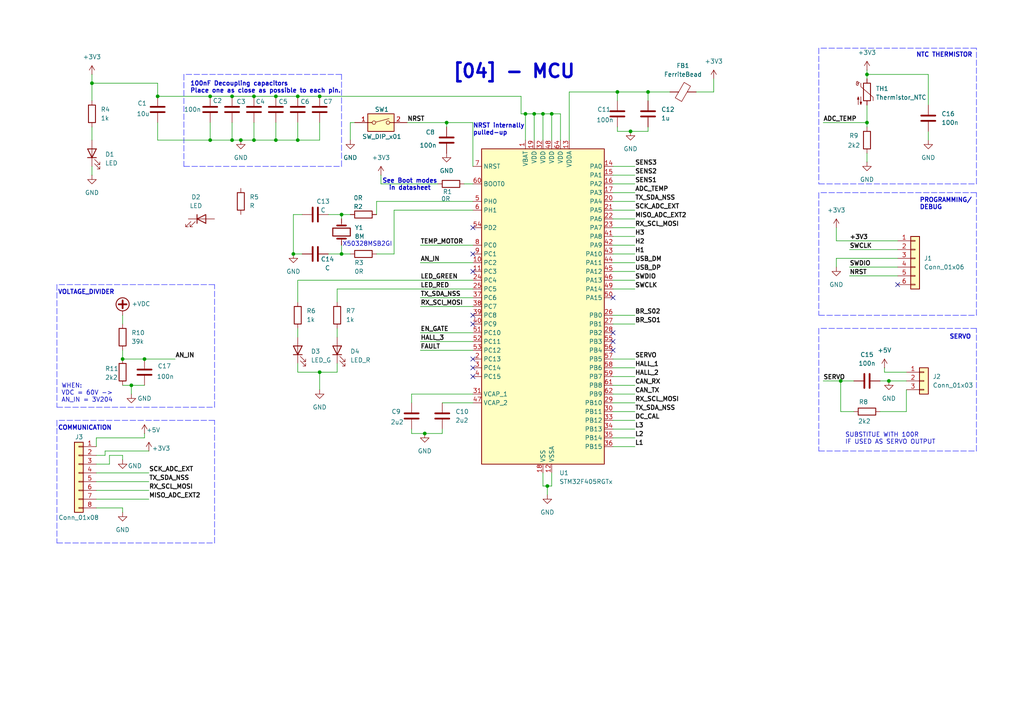
<source format=kicad_sch>
(kicad_sch (version 20231120) (generator "eeschema") (generator_version "8.0")
  (paper "A4")
  (lib_symbols
    (symbol "Connector_Generic:Conn_01x03" (pin_names (offset 1.016) hide)
      (property "Reference" "J" (at 0 5.08 0))
      (property "Value" "Conn_01x03" (at 0 -5.08 0))
      (symbol "Conn_01x03_1_1"
        (rectangle (start -1.27 -2.413) (end 0 -2.667) (stroke (width 0.1524)))
        (rectangle (start -1.27 0.127) (end 0 -0.127) (stroke (width 0.1524)))
        (rectangle (start -1.27 2.667) (end 0 2.413) (stroke (width 0.1524)))
        (rectangle (start -1.27 3.81) (end 1.27 -3.81) (stroke (width 0.254)) (fill (type background)))
        (pin passive line (at -5.08 2.54 0) (length 3.81) (name "Pin_1") (number "1"))
        (pin passive line (at -5.08 0 0) (length 3.81) (name "Pin_2") (number "2"))
        (pin passive line (at -5.08 -2.54 0) (length 3.81) (name "Pin_3") (number "3"))
      )
    )
    (symbol "Connector_Generic:Conn_01x06" (pin_names (offset 1.016) hide)
      (property "Reference" "J" (at 0 7.62 0))
      (property "Value" "Conn_01x06" (at 0 -10.16 0))
      (symbol "Conn_01x06_1_1"
        (rectangle (start -1.27 -7.493) (end 0 -7.747) (stroke (width 0.1524)))
        (rectangle (start -1.27 -4.953) (end 0 -5.207) (stroke (width 0.1524)))
        (rectangle (start -1.27 -2.413) (end 0 -2.667) (stroke (width 0.1524)))
        (rectangle (start -1.27 0.127) (end 0 -0.127) (stroke (width 0.1524)))
        (rectangle (start -1.27 2.667) (end 0 2.413) (stroke (width 0.1524)))
        (rectangle (start -1.27 5.207) (end 0 4.953) (stroke (width 0.1524)))
        (rectangle (start -1.27 6.35) (end 1.27 -8.89) (stroke (width 0.254)) (fill (type background)))
        (pin passive line (at -5.08 5.08 0) (length 3.81) (name "Pin_1") (number "1"))
        (pin passive line (at -5.08 2.54 0) (length 3.81) (name "Pin_2") (number "2"))
        (pin passive line (at -5.08 0 0) (length 3.81) (name "Pin_3") (number "3"))
        (pin passive line (at -5.08 -2.54 0) (length 3.81) (name "Pin_4") (number "4"))
        (pin passive line (at -5.08 -5.08 0) (length 3.81) (name "Pin_5") (number "5"))
        (pin passive line (at -5.08 -7.62 0) (length 3.81) (name "Pin_6") (number "6"))
      )
    )
    (symbol "Connector_Generic:Conn_01x08" (pin_names (offset 1.016) hide)
      (property "Reference" "J" (at 0 10.16 0))
      (property "Value" "Conn_01x08" (at 0 -12.7 0))
      (symbol "Conn_01x08_1_1"
        (rectangle (start -1.27 -10.033) (end 0 -10.287) (stroke (width 0.1524)))
        (rectangle (start -1.27 -7.493) (end 0 -7.747) (stroke (width 0.1524)))
        (rectangle (start -1.27 -4.953) (end 0 -5.207) (stroke (width 0.1524)))
        (rectangle (start -1.27 -2.413) (end 0 -2.667) (stroke (width 0.1524)))
        (rectangle (start -1.27 0.127) (end 0 -0.127) (stroke (width 0.1524)))
        (rectangle (start -1.27 2.667) (end 0 2.413) (stroke (width 0.1524)))
        (rectangle (start -1.27 5.207) (end 0 4.953) (stroke (width 0.1524)))
        (rectangle (start -1.27 7.747) (end 0 7.493) (stroke (width 0.1524)))
        (rectangle (start -1.27 8.89) (end 1.27 -11.43) (stroke (width 0.254)) (fill (type background)))
        (pin passive line (at -5.08 7.62 0) (length 3.81) (name "Pin_1") (number "1"))
        (pin passive line (at -5.08 5.08 0) (length 3.81) (name "Pin_2") (number "2"))
        (pin passive line (at -5.08 2.54 0) (length 3.81) (name "Pin_3") (number "3"))
        (pin passive line (at -5.08 0 0) (length 3.81) (name "Pin_4") (number "4"))
        (pin passive line (at -5.08 -2.54 0) (length 3.81) (name "Pin_5") (number "5"))
        (pin passive line (at -5.08 -5.08 0) (length 3.81) (name "Pin_6") (number "6"))
        (pin passive line (at -5.08 -7.62 0) (length 3.81) (name "Pin_7") (number "7"))
        (pin passive line (at -5.08 -10.16 0) (length 3.81) (name "Pin_8") (number "8"))
      )
    )
    (symbol "Device:C" (pin_numbers hide) (pin_names (offset 0.254))
      (property "Reference" "C" (at 0.635 2.54 0))
      (property "Value" "C" (at 0.635 -2.54 0))
      (symbol "C_0_1"
        (polyline (pts (xy -2.032 -0.762) (xy 2.032 -0.762)) (stroke (width 0.508)))
        (polyline (pts (xy -2.032 0.762) (xy 2.032 0.762)) (stroke (width 0.508)))
      )
      (symbol "C_1_1"
        (pin passive line (at 0 3.81 270) (length 2.794) (name "~") (number "1"))
        (pin passive line (at 0 -3.81 90) (length 2.794) (name "~") (number "2"))
      )
    )
    (symbol "Device:Crystal" (pin_numbers hide) (pin_names (offset 1.016) hide)
      (property "Reference" "Y" (at 0 3.81 0))
      (property "Value" "Crystal" (at 0 -3.81 0))
      (symbol "Crystal_0_1"
        (rectangle (start -1.143 2.54) (end 1.143 -2.54) (stroke (width 0.3048)))
        (polyline (pts (xy -2.54 0) (xy -1.905 0)))
        (polyline (pts (xy -1.905 -1.27) (xy -1.905 1.27)) (stroke (width 0.508)))
        (polyline (pts (xy 1.905 -1.27) (xy 1.905 1.27)) (stroke (width 0.508)))
        (polyline (pts (xy 2.54 0) (xy 1.905 0)))
      )
      (symbol "Crystal_1_1"
        (pin passive line (at -3.81 0 0) (length 1.27) (name "1") (number "1"))
        (pin passive line (at 3.81 0 180) (length 1.27) (name "2") (number "2"))
      )
    )
    (symbol "Device:FerriteBead" (pin_numbers hide) (pin_names (offset 0))
      (property "Reference" "FB" (at -3.81 0.635 90))
      (property "Value" "FerriteBead" (at 3.81 0 90))
      (symbol "FerriteBead_0_1"
        (polyline (pts (xy 0 -1.27) (xy 0 -1.2192)))
        (polyline (pts (xy 0 1.27) (xy 0 1.2954)))
        (polyline (pts (xy -2.7686 0.4064) (xy -1.7018 2.2606) (xy 2.7686 -0.3048) (xy 1.6764 -2.159) (xy -2.7686 0.4064)))
      )
      (symbol "FerriteBead_1_1"
        (pin passive line (at 0 3.81 270) (length 2.54) (name "~") (number "1"))
        (pin passive line (at 0 -3.81 90) (length 2.54) (name "~") (number "2"))
      )
    )
    (symbol "Device:LED" (pin_numbers hide) (pin_names (offset 1.016) hide)
      (property "Reference" "D" (at 0 2.54 0))
      (property "Value" "LED" (at 0 -2.54 0))
      (symbol "LED_0_1"
        (polyline (pts (xy -1.27 -1.27) (xy -1.27 1.27)) (stroke (width 0.254)))
        (polyline (pts (xy -1.27 0) (xy 1.27 0)))
        (polyline (pts (xy 1.27 -1.27) (xy 1.27 1.27) (xy -1.27 0) (xy 1.27 -1.27)) (stroke (width 0.254)))
        (polyline (pts (xy -3.048 -0.762) (xy -4.572 -2.286) (xy -3.81 -2.286) (xy -4.572 -2.286) (xy -4.572 -1.524)))
        (polyline (pts (xy -1.778 -0.762) (xy -3.302 -2.286) (xy -2.54 -2.286) (xy -3.302 -2.286) (xy -3.302 -1.524)))
      )
      (symbol "LED_1_1"
        (pin passive line (at -3.81 0 0) (length 2.54) (name "K") (number "1"))
        (pin passive line (at 3.81 0 180) (length 2.54) (name "A") (number "2"))
      )
    )
    (symbol "Device:R" (pin_numbers hide) (pin_names (offset 0))
      (property "Reference" "R" (at 2.032 0 90))
      (property "Value" "R" (at 0 0 90))
      (symbol "R_0_1"
        (rectangle (start -1.016 -2.54) (end 1.016 2.54) (stroke (width 0.254)))
      )
      (symbol "R_1_1"
        (pin passive line (at 0 3.81 270) (length 1.27) (name "~") (number "1"))
        (pin passive line (at 0 -3.81 90) (length 1.27) (name "~") (number "2"))
      )
    )
    (symbol "Device:Thermistor_NTC" (pin_numbers hide) (pin_names (offset 0))
      (property "Reference" "TH" (at -4.445 0 90))
      (property "Value" "Thermistor_NTC" (at 3.175 0 90))
      (symbol "Thermistor_NTC_0_1"
        (arc (start -3.048 2.159) (mid -3.0495 2.3143) (end -3.175 2.413))
        (arc (start -3.048 2.159) (mid -2.9736 1.9794) (end -2.794 1.905))
        (arc (start -3.048 2.794) (mid -2.9736 2.6144) (end -2.794 2.54))
        (arc (start -2.794 1.905) (mid -2.6144 1.9794) (end -2.54 2.159))
        (arc (start -2.794 2.54) (mid -2.4393 2.5587) (end -2.159 2.794))
        (arc (start -2.794 3.048) (mid -2.9736 2.9736) (end -3.048 2.794))
        (arc (start -2.54 2.794) (mid -2.6144 2.9736) (end -2.794 3.048))
        (rectangle (start -1.016 2.54) (end 1.016 -2.54) (stroke (width 0.254)))
        (polyline (pts (xy -2.54 2.159) (xy -2.54 2.794)))
        (polyline (pts (xy -1.778 2.54) (xy -1.778 1.524) (xy 1.778 -1.524) (xy 1.778 -2.54)))
        (polyline (pts (xy -2.54 -3.683) (xy -2.54 -1.397) (xy -2.794 -2.159) (xy -2.286 -2.159) (xy -2.54 -1.397) (xy -2.54 -1.651)) (fill (type outline)))
        (polyline (pts (xy -1.778 -1.397) (xy -1.778 -3.683) (xy -2.032 -2.921) (xy -1.524 -2.921) (xy -1.778 -3.683) (xy -1.778 -3.429)) (fill (type outline)))
      )
      (symbol "Thermistor_NTC_1_1"
        (pin passive line (at 0 3.81 270) (length 1.27) (name "~") (number "1"))
        (pin passive line (at 0 -3.81 90) (length 1.27) (name "~") (number "2"))
      )
    )
    (symbol "MCU_ST_STM32F4:STM32F405RGTx"
      (property "Reference" "U" (at -17.78 46.99 0))
      (property "Value" "STM32F405RGTx" (at 10.16 46.99 0))
      (symbol "STM32F405RGTx_0_1"
        (rectangle (start -17.78 -45.72) (end 17.78 45.72) (stroke (width 0.254)) (fill (type background)))
      )
      (symbol "STM32F405RGTx_1_1"
        (pin power_in line (at -5.08 48.26 270) (length 2.54) (name "VBAT") (number "1"))
        (pin bidirectional line (at -20.32 12.7 0) (length 2.54) (name "PC2") (number "10"))
        (pin bidirectional line (at -20.32 10.16 0) (length 2.54) (name "PC3") (number "11"))
        (pin power_in line (at 2.54 -48.26 90) (length 2.54) (name "VSSA") (number "12"))
        (pin power_in line (at 7.62 48.26 270) (length 2.54) (name "VDDA") (number "13"))
        (pin bidirectional line (at 20.32 40.64 180) (length 2.54) (name "PA0") (number "14"))
        (pin bidirectional line (at 20.32 38.1 180) (length 2.54) (name "PA1") (number "15"))
        (pin bidirectional line (at 20.32 35.56 180) (length 2.54) (name "PA2") (number "16"))
        (pin bidirectional line (at 20.32 33.02 180) (length 2.54) (name "PA3") (number "17"))
        (pin power_in line (at 0 -48.26 90) (length 2.54) (name "VSS") (number "18"))
        (pin power_in line (at -2.54 48.26 270) (length 2.54) (name "VDD") (number "19"))
        (pin bidirectional line (at -20.32 -15.24 0) (length 2.54) (name "PC13") (number "2"))
        (pin bidirectional line (at 20.32 30.48 180) (length 2.54) (name "PA4") (number "20"))
        (pin bidirectional line (at 20.32 27.94 180) (length 2.54) (name "PA5") (number "21"))
        (pin bidirectional line (at 20.32 25.4 180) (length 2.54) (name "PA6") (number "22"))
        (pin bidirectional line (at 20.32 22.86 180) (length 2.54) (name "PA7") (number "23"))
        (pin bidirectional line (at -20.32 7.62 0) (length 2.54) (name "PC4") (number "24"))
        (pin bidirectional line (at -20.32 5.08 0) (length 2.54) (name "PC5") (number "25"))
        (pin bidirectional line (at 20.32 -2.54 180) (length 2.54) (name "PB0") (number "26"))
        (pin bidirectional line (at 20.32 -5.08 180) (length 2.54) (name "PB1") (number "27"))
        (pin bidirectional line (at 20.32 -7.62 180) (length 2.54) (name "PB2") (number "28"))
        (pin bidirectional line (at 20.32 -27.94 180) (length 2.54) (name "PB10") (number "29"))
        (pin bidirectional line (at -20.32 -17.78 0) (length 2.54) (name "PC14") (number "3"))
        (pin bidirectional line (at 20.32 -30.48 180) (length 2.54) (name "PB11") (number "30"))
        (pin power_out line (at -20.32 -25.4 0) (length 2.54) (name "VCAP_1") (number "31"))
        (pin power_in line (at 0 48.26 270) (length 2.54) (name "VDD") (number "32"))
        (pin bidirectional line (at 20.32 -33.02 180) (length 2.54) (name "PB12") (number "33"))
        (pin bidirectional line (at 20.32 -35.56 180) (length 2.54) (name "PB13") (number "34"))
        (pin bidirectional line (at 20.32 -38.1 180) (length 2.54) (name "PB14") (number "35"))
        (pin bidirectional line (at 20.32 -40.64 180) (length 2.54) (name "PB15") (number "36"))
        (pin bidirectional line (at -20.32 2.54 0) (length 2.54) (name "PC6") (number "37"))
        (pin bidirectional line (at -20.32 0 0) (length 2.54) (name "PC7") (number "38"))
        (pin bidirectional line (at -20.32 -2.54 0) (length 2.54) (name "PC8") (number "39"))
        (pin bidirectional line (at -20.32 -20.32 0) (length 2.54) (name "PC15") (number "4"))
        (pin bidirectional line (at -20.32 -5.08 0) (length 2.54) (name "PC9") (number "40"))
        (pin bidirectional line (at 20.32 20.32 180) (length 2.54) (name "PA8") (number "41"))
        (pin bidirectional line (at 20.32 17.78 180) (length 2.54) (name "PA9") (number "42"))
        (pin bidirectional line (at 20.32 15.24 180) (length 2.54) (name "PA10") (number "43"))
        (pin bidirectional line (at 20.32 12.7 180) (length 2.54) (name "PA11") (number "44"))
        (pin bidirectional line (at 20.32 10.16 180) (length 2.54) (name "PA12") (number "45"))
        (pin bidirectional line (at 20.32 7.62 180) (length 2.54) (name "PA13") (number "46"))
        (pin power_out line (at -20.32 -27.94 0) (length 2.54) (name "VCAP_2") (number "47"))
        (pin power_in line (at 2.54 48.26 270) (length 2.54) (name "VDD") (number "48"))
        (pin bidirectional line (at 20.32 5.08 180) (length 2.54) (name "PA14") (number "49"))
        (pin bidirectional line (at -20.32 30.48 0) (length 2.54) (name "PH0") (number "5"))
        (pin bidirectional line (at 20.32 2.54 180) (length 2.54) (name "PA15") (number "50"))
        (pin bidirectional line (at -20.32 -7.62 0) (length 2.54) (name "PC10") (number "51"))
        (pin bidirectional line (at -20.32 -10.16 0) (length 2.54) (name "PC11") (number "52"))
        (pin bidirectional line (at -20.32 -12.7 0) (length 2.54) (name "PC12") (number "53"))
        (pin bidirectional line (at -20.32 22.86 0) (length 2.54) (name "PD2") (number "54"))
        (pin bidirectional line (at 20.32 -10.16 180) (length 2.54) (name "PB3") (number "55"))
        (pin bidirectional line (at 20.32 -12.7 180) (length 2.54) (name "PB4") (number "56"))
        (pin bidirectional line (at 20.32 -15.24 180) (length 2.54) (name "PB5") (number "57"))
        (pin bidirectional line (at 20.32 -17.78 180) (length 2.54) (name "PB6") (number "58"))
        (pin bidirectional line (at 20.32 -20.32 180) (length 2.54) (name "PB7") (number "59"))
        (pin bidirectional line (at -20.32 27.94 0) (length 2.54) (name "PH1") (number "6"))
        (pin input line (at -20.32 35.56 0) (length 2.54) (name "BOOT0") (number "60"))
        (pin bidirectional line (at 20.32 -22.86 180) (length 2.54) (name "PB8") (number "61"))
        (pin bidirectional line (at 20.32 -25.4 180) (length 2.54) (name "PB9") (number "62"))
        (pin passive line (at 0 -48.26 90) (length 2.54) hide (name "VSS") (number "63"))
        (pin power_in line (at 5.08 48.26 270) (length 2.54) (name "VDD") (number "64"))
        (pin input line (at -20.32 40.64 0) (length 2.54) (name "NRST") (number "7"))
        (pin bidirectional line (at -20.32 17.78 0) (length 2.54) (name "PC0") (number "8"))
        (pin bidirectional line (at -20.32 15.24 0) (length 2.54) (name "PC1") (number "9"))
      )
    )
    (symbol "Switch:SW_DIP_x01" (pin_names (offset 0) hide)
      (property "Reference" "SW" (at 0 3.81 0))
      (property "Value" "SW_DIP_x01" (at 0 -3.81 0))
      (symbol "SW_DIP_x01_0_0"
        (circle (center -2.032 0) (radius 0.508))
        (polyline (pts (xy -1.524 0.127) (xy 2.3622 1.1684)))
        (circle (center 2.032 0) (radius 0.508))
      )
      (symbol "SW_DIP_x01_0_1"
        (rectangle (start -3.81 2.54) (end 3.81 -2.54) (stroke (width 0.254)) (fill (type background)))
      )
      (symbol "SW_DIP_x01_1_1"
        (pin passive line (at -7.62 0 0) (length 5.08) (name "~") (number "1"))
        (pin passive line (at 7.62 0 180) (length 5.08) (name "~") (number "2"))
      )
    )
    (symbol "power:+3V3" (power) (pin_numbers hide) (pin_names (offset 0) hide)
      (property "Value" "+3V3" (at 0 3.556 0))
      (symbol "+3V3_0_1"
        (polyline (pts (xy -0.762 1.27) (xy 0 2.54)))
        (polyline (pts (xy 0 0) (xy 0 2.54)))
        (polyline (pts (xy 0 2.54) (xy 0.762 1.27)))
      )
      (symbol "+3V3_1_1"
        (pin power_in line (at 0 0 90) (length 0) (name "~") (number "1"))
      )
    )
    (symbol "power:+5V" (power) (pin_numbers hide) (pin_names (offset 0) hide)
      (property "Value" "+5V" (at 0 3.556 0))
      (symbol "+5V_0_1"
        (polyline (pts (xy -0.762 1.27) (xy 0 2.54)))
        (polyline (pts (xy 0 0) (xy 0 2.54)))
        (polyline (pts (xy 0 2.54) (xy 0.762 1.27)))
      )
      (symbol "+5V_1_1"
        (pin power_in line (at 0 0 90) (length 0) (name "~") (number "1"))
      )
    )
    (symbol "power:+VDC" (power) (pin_numbers hide) (pin_names (offset 0) hide)
      (property "Value" "+VDC" (at 0 6.35 0))
      (symbol "+VDC_0_1"
        (polyline (pts (xy -1.143 3.175) (xy 1.143 3.175)) (stroke (width 0.508)))
        (polyline (pts (xy 0 0) (xy 0 1.27)))
        (polyline (pts (xy 0 2.032) (xy 0 4.318)) (stroke (width 0.508)))
        (circle (center 0 3.175) (radius 1.905) (stroke (width 0.254)))
      )
      (symbol "+VDC_1_1"
        (pin power_in line (at 0 0 90) (length 0) (name "~") (number "1"))
      )
    )
    (symbol "power:GND" (power) (pin_numbers hide) (pin_names (offset 0) hide)
      (property "Value" "GND" (at 0 -3.81 0))
      (symbol "GND_0_1"
        (polyline (pts (xy 0 0) (xy 0 -1.27) (xy 1.27 -1.27) (xy 0 -2.54) (xy -1.27 -1.27) (xy 0 -1.27)))
      )
      (symbol "GND_1_1"
        (pin power_in line (at 0 0 270) (length 0) (name "~") (number "1"))
      )
    )
  )
  (junction (at 73.66 40.64))
  (junction (at 243.84 110.49))
  (junction (at 160.02 33.02))
  (junction (at 251.46 35.56))
  (junction (at 60.96 40.64))
  (junction (at 26.67 24.13))
  (junction (at 80.01 40.64))
  (junction (at 67.31 27.94))
  (junction (at 158.75 140.97))
  (junction (at 157.48 33.02))
  (junction (at 86.36 40.64))
  (junction (at 187.96 26.67))
  (junction (at 92.71 107.95))
  (junction (at 45.72 27.94))
  (junction (at 123.19 125.73))
  (junction (at 60.96 27.94))
  (junction (at 85.09 73.66))
  (junction (at 67.31 40.64))
  (junction (at 73.66 27.94))
  (junction (at 154.94 33.02))
  (junction (at 35.56 104.14))
  (junction (at 99.06 62.23))
  (junction (at 257.81 110.49))
  (junction (at 38.1 111.76))
  (junction (at 99.06 73.66))
  (junction (at 69.85 40.64))
  (junction (at 251.46 21.59))
  (junction (at 129.54 35.56))
  (junction (at 92.71 27.94))
  (junction (at 41.91 104.14))
  (junction (at 179.07 26.67))
  (junction (at 182.88 38.1))
  (junction (at 80.01 27.94))
  (junction (at 152.4 33.02))
  (junction (at 86.36 27.94))
  (no_connect (at 137.16 66.04))
  (no_connect (at 137.16 104.14))
  (no_connect (at 137.16 73.66))
  (no_connect (at 137.16 106.68))
  (no_connect (at 137.16 109.22))
  (no_connect (at 137.16 91.44))
  (no_connect (at 137.16 78.74))
  (no_connect (at 177.8 99.06))
  (no_connect (at 260.35 82.55))
  (no_connect (at 177.8 86.36))
  (no_connect (at 177.8 101.6))
  (no_connect (at 137.16 93.98))
  (no_connect (at 177.8 96.52))
  (wire (pts (xy 16.51 82.55) (xy 16.51 118.11)) (stroke (width 0) (type dash) (color 39 39 255 1)))
  (wire (pts (xy 251.46 35.56) (xy 251.46 36.83)))
  (wire (pts (xy 38.1 111.76) (xy 41.91 111.76)))
  (wire (pts (xy 86.36 87.63) (xy 86.36 81.28)))
  (wire (pts (xy 92.71 107.95) (xy 92.71 113.03)))
  (wire (pts (xy 184.15 68.58) (xy 177.8 68.58)))
  (wire (pts (xy 262.89 107.95) (xy 256.54 107.95)))
  (wire (pts (xy 27.94 137.16) (xy 43.18 137.16)))
  (wire (pts (xy 73.66 40.64) (xy 80.01 40.64)))
  (wire (pts (xy 238.76 110.49) (xy 243.84 110.49)))
  (wire (pts (xy 35.56 111.76) (xy 38.1 111.76)))
  (wire (pts (xy 86.36 40.64) (xy 92.71 40.64)))
  (wire (pts (xy 242.57 69.85) (xy 260.35 69.85)))
  (wire (pts (xy 184.15 83.82) (xy 177.8 83.82)))
  (wire (pts (xy 242.57 74.93) (xy 260.35 74.93)))
  (wire (pts (xy 283.21 55.88) (xy 237.49 55.88)) (stroke (width 0) (type dash) (color 39 39 255 1)))
  (wire (pts (xy 237.49 13.97) (xy 237.49 53.34)) (stroke (width 0) (type dash) (color 39 39 255 1)))
  (wire (pts (xy 151.13 27.94) (xy 151.13 33.02)))
  (wire (pts (xy 114.3 73.66) (xy 114.3 60.96)))
  (wire (pts (xy 87.63 62.23) (xy 85.09 62.23)))
  (wire (pts (xy 62.23 121.92) (xy 16.51 121.92)) (stroke (width 0) (type dash) (color 39 39 255 1)))
  (wire (pts (xy 184.15 58.42) (xy 177.8 58.42)))
  (wire (pts (xy 184.15 66.04) (xy 177.8 66.04)))
  (wire (pts (xy 95.25 73.66) (xy 99.06 73.66)))
  (wire (pts (xy 27.94 134.62) (xy 31.75 134.62)))
  (wire (pts (xy 187.96 26.67) (xy 179.07 26.67)))
  (wire (pts (xy 160.02 140.97) (xy 160.02 137.16)))
  (wire (pts (xy 99.06 73.66) (xy 101.6 73.66)))
  (wire (pts (xy 85.09 62.23) (xy 85.09 73.66)))
  (wire (pts (xy 157.48 33.02) (xy 157.48 40.64)))
  (wire (pts (xy 119.38 125.73) (xy 123.19 125.73)))
  (wire (pts (xy 128.27 125.73) (xy 128.27 124.46)))
  (wire (pts (xy 237.49 91.44) (xy 283.21 91.44)) (stroke (width 0) (type dash) (color 39 39 255 1)))
  (wire (pts (xy 237.49 130.81) (xy 283.21 130.81)) (stroke (width 0) (type dash) (color 39 39 255 1)))
  (wire (pts (xy 237.49 55.88) (xy 237.49 91.44)) (stroke (width 0) (type dash) (color 39 39 255 1)))
  (wire (pts (xy 27.94 144.78) (xy 43.18 144.78)))
  (wire (pts (xy 179.07 38.1) (xy 179.07 36.83)))
  (wire (pts (xy 184.15 114.3) (xy 177.8 114.3)))
  (wire (pts (xy 283.21 91.44) (xy 283.21 55.88)) (stroke (width 0) (type dash) (color 39 39 255 1)))
  (wire (pts (xy 41.91 125.73) (xy 41.91 127)))
  (wire (pts (xy 27.94 147.32) (xy 35.56 147.32)))
  (wire (pts (xy 97.79 105.41) (xy 97.79 107.95)))
  (wire (pts (xy 62.23 157.48) (xy 62.23 121.92)) (stroke (width 0) (type dash) (color 39 39 255 1)))
  (wire (pts (xy 80.01 40.64) (xy 80.01 35.56)))
  (wire (pts (xy 256.54 107.95) (xy 256.54 106.68)))
  (wire (pts (xy 251.46 44.45) (xy 251.46 46.99)))
  (wire (pts (xy 151.13 33.02) (xy 152.4 33.02)))
  (wire (pts (xy 127 53.34) (xy 110.49 53.34)))
  (wire (pts (xy 207.01 22.86) (xy 207.01 26.67)))
  (wire (pts (xy 184.15 129.54) (xy 177.8 129.54)))
  (wire (pts (xy 182.88 38.1) (xy 187.96 38.1)))
  (wire (pts (xy 35.56 101.6) (xy 35.56 104.14)))
  (wire (pts (xy 246.38 72.39) (xy 260.35 72.39)))
  (wire (pts (xy 80.01 27.94) (xy 86.36 27.94)))
  (wire (pts (xy 184.15 73.66) (xy 177.8 73.66)))
  (wire (pts (xy 207.01 26.67) (xy 201.93 26.67)))
  (wire (pts (xy 269.24 38.1) (xy 269.24 40.64)))
  (wire (pts (xy 251.46 20.32) (xy 251.46 21.59)))
  (wire (pts (xy 194.31 26.67) (xy 187.96 26.67)))
  (wire (pts (xy 16.51 121.92) (xy 16.51 157.48)) (stroke (width 0) (type dash) (color 39 39 255 1)))
  (wire (pts (xy 238.76 35.56) (xy 251.46 35.56)))
  (wire (pts (xy 95.25 62.23) (xy 99.06 62.23)))
  (wire (pts (xy 85.09 73.66) (xy 87.63 73.66)))
  (wire (pts (xy 154.94 33.02) (xy 154.94 40.64)))
  (wire (pts (xy 128.27 116.84) (xy 137.16 116.84)))
  (wire (pts (xy 121.92 99.06) (xy 137.16 99.06)))
  (wire (pts (xy 92.71 27.94) (xy 151.13 27.94)))
  (wire (pts (xy 129.54 35.56) (xy 129.54 36.83)))
  (wire (pts (xy 67.31 27.94) (xy 73.66 27.94)))
  (wire (pts (xy 243.84 110.49) (xy 243.84 119.38)))
  (wire (pts (xy 179.07 38.1) (xy 182.88 38.1)))
  (wire (pts (xy 262.89 119.38) (xy 262.89 113.03)))
  (wire (pts (xy 184.15 106.68) (xy 177.8 106.68)))
  (wire (pts (xy 129.54 35.56) (xy 137.16 35.56)))
  (wire (pts (xy 31.75 132.08) (xy 35.56 132.08)))
  (wire (pts (xy 119.38 114.3) (xy 137.16 114.3)))
  (wire (pts (xy 184.15 78.74) (xy 177.8 78.74)))
  (wire (pts (xy 121.92 76.2) (xy 137.16 76.2)))
  (wire (pts (xy 179.07 29.21) (xy 179.07 26.67)))
  (wire (pts (xy 86.36 95.25) (xy 86.36 97.79)))
  (wire (pts (xy 246.38 80.01) (xy 260.35 80.01)))
  (wire (pts (xy 30.48 132.08) (xy 30.48 130.81)))
  (wire (pts (xy 31.75 134.62) (xy 31.75 132.08)))
  (wire (pts (xy 283.21 95.25) (xy 237.49 95.25)) (stroke (width 0) (type dash) (color 39 39 255 1)))
  (wire (pts (xy 187.96 29.21) (xy 187.96 26.67)))
  (wire (pts (xy 92.71 40.64) (xy 92.71 35.56)))
  (wire (pts (xy 184.15 55.88) (xy 177.8 55.88)))
  (wire (pts (xy 137.16 35.56) (xy 137.16 48.26)))
  (wire (pts (xy 35.56 91.44) (xy 35.56 93.98)))
  (wire (pts (xy 62.23 82.55) (xy 16.51 82.55)) (stroke (width 0) (type dash) (color 39 39 255 1)))
  (wire (pts (xy 123.19 125.73) (xy 128.27 125.73)))
  (wire (pts (xy 73.66 40.64) (xy 73.66 35.56)))
  (wire (pts (xy 97.79 87.63) (xy 97.79 83.82)))
  (wire (pts (xy 283.21 13.97) (xy 237.49 13.97)) (stroke (width 0) (type dash) (color 39 39 255 1)))
  (wire (pts (xy 121.92 71.12) (xy 137.16 71.12)))
  (wire (pts (xy 41.91 104.14) (xy 50.8 104.14)))
  (wire (pts (xy 269.24 21.59) (xy 251.46 21.59)))
  (wire (pts (xy 86.36 81.28) (xy 137.16 81.28)))
  (wire (pts (xy 269.24 30.48) (xy 269.24 21.59)))
  (wire (pts (xy 119.38 125.73) (xy 119.38 124.46)))
  (wire (pts (xy 67.31 40.64) (xy 67.31 35.56)))
  (wire (pts (xy 45.72 40.64) (xy 45.72 35.56)))
  (wire (pts (xy 27.94 127) (xy 41.91 127)))
  (wire (pts (xy 165.1 26.67) (xy 179.07 26.67)))
  (wire (pts (xy 184.15 63.5) (xy 177.8 63.5)))
  (wire (pts (xy 257.81 110.49) (xy 262.89 110.49)))
  (wire (pts (xy 45.72 40.64) (xy 60.96 40.64)))
  (wire (pts (xy 35.56 147.32) (xy 35.56 148.59)))
  (wire (pts (xy 184.15 109.22) (xy 177.8 109.22)))
  (wire (pts (xy 242.57 66.04) (xy 242.57 69.85)))
  (wire (pts (xy 119.38 116.84) (xy 119.38 114.3)))
  (wire (pts (xy 45.72 24.13) (xy 45.72 27.94)))
  (wire (pts (xy 26.67 36.83) (xy 26.67 40.64)))
  (wire (pts (xy 60.96 40.64) (xy 67.31 40.64)))
  (wire (pts (xy 154.94 33.02) (xy 157.48 33.02)))
  (wire (pts (xy 16.51 118.11) (xy 62.23 118.11)) (stroke (width 0) (type dash) (color 39 39 255 1)))
  (wire (pts (xy 53.34 21.59) (xy 53.34 48.26)) (stroke (width 0) (type dash) (color 39 39 255 1)))
  (wire (pts (xy 160.02 33.02) (xy 160.02 40.64)))
  (wire (pts (xy 158.75 140.97) (xy 160.02 140.97)))
  (wire (pts (xy 86.36 40.64) (xy 86.36 35.56)))
  (wire (pts (xy 27.94 129.54) (xy 27.94 127)))
  (wire (pts (xy 110.49 50.8) (xy 110.49 53.34)))
  (wire (pts (xy 184.15 50.8) (xy 177.8 50.8)))
  (wire (pts (xy 184.15 53.34) (xy 177.8 53.34)))
  (wire (pts (xy 152.4 40.64) (xy 152.4 33.02)))
  (wire (pts (xy 121.92 101.6) (xy 137.16 101.6)))
  (wire (pts (xy 80.01 40.64) (xy 86.36 40.64)))
  (wire (pts (xy 184.15 76.2) (xy 177.8 76.2)))
  (wire (pts (xy 26.67 48.26) (xy 26.67 50.8)))
  (wire (pts (xy 255.27 119.38) (xy 262.89 119.38)))
  (wire (pts (xy 152.4 33.02) (xy 154.94 33.02)))
  (wire (pts (xy 38.1 111.76) (xy 38.1 114.3)))
  (wire (pts (xy 158.75 143.51) (xy 158.75 140.97)))
  (wire (pts (xy 92.71 107.95) (xy 86.36 107.95)))
  (wire (pts (xy 109.22 62.23) (xy 109.22 58.42)))
  (wire (pts (xy 134.62 53.34) (xy 137.16 53.34)))
  (wire (pts (xy 86.36 27.94) (xy 92.71 27.94)))
  (wire (pts (xy 184.15 119.38) (xy 177.8 119.38)))
  (wire (pts (xy 35.56 132.08) (xy 35.56 133.35)))
  (wire (pts (xy 99.06 21.59) (xy 53.34 21.59)) (stroke (width 0) (type dash) (color 39 39 255 1)))
  (wire (pts (xy 62.23 118.11) (xy 62.23 82.55)) (stroke (width 0) (type dash) (color 39 39 255 1)))
  (wire (pts (xy 27.94 139.7) (xy 43.18 139.7)))
  (wire (pts (xy 99.06 62.23) (xy 101.6 62.23)))
  (wire (pts (xy 53.34 48.26) (xy 99.06 48.26)) (stroke (width 0) (type dash) (color 39 39 255 1)))
  (wire (pts (xy 184.15 60.96) (xy 177.8 60.96)))
  (wire (pts (xy 97.79 83.82) (xy 137.16 83.82)))
  (wire (pts (xy 157.48 140.97) (xy 157.48 137.16)))
  (wire (pts (xy 99.06 71.12) (xy 99.06 73.66)))
  (wire (pts (xy 27.94 142.24) (xy 43.18 142.24)))
  (wire (pts (xy 16.51 157.48) (xy 62.23 157.48)) (stroke (width 0) (type dash) (color 39 39 255 1)))
  (wire (pts (xy 237.49 95.25) (xy 237.49 130.81)) (stroke (width 0) (type dash) (color 39 39 255 1)))
  (wire (pts (xy 99.06 62.23) (xy 99.06 63.5)))
  (wire (pts (xy 251.46 30.48) (xy 251.46 35.56)))
  (wire (pts (xy 67.31 40.64) (xy 69.85 40.64)))
  (wire (pts (xy 26.67 24.13) (xy 45.72 24.13)))
  (wire (pts (xy 247.65 110.49) (xy 243.84 110.49)))
  (wire (pts (xy 45.72 27.94) (xy 60.96 27.94)))
  (wire (pts (xy 246.38 77.47) (xy 260.35 77.47)))
  (wire (pts (xy 101.6 40.64) (xy 101.6 35.56)))
  (wire (pts (xy 184.15 111.76) (xy 177.8 111.76)))
  (wire (pts (xy 237.49 53.34) (xy 283.21 53.34)) (stroke (width 0) (type dash) (color 39 39 255 1)))
  (wire (pts (xy 60.96 40.64) (xy 60.96 35.56)))
  (wire (pts (xy 184.15 121.92) (xy 177.8 121.92)))
  (wire (pts (xy 242.57 77.47) (xy 242.57 74.93)))
  (wire (pts (xy 26.67 29.21) (xy 26.67 24.13)))
  (wire (pts (xy 184.15 48.26) (xy 177.8 48.26)))
  (wire (pts (xy 184.15 71.12) (xy 177.8 71.12)))
  (wire (pts (xy 35.56 104.14) (xy 41.91 104.14)))
  (wire (pts (xy 157.48 33.02) (xy 160.02 33.02)))
  (wire (pts (xy 99.06 48.26) (xy 99.06 21.59)) (stroke (width 0) (type dash) (color 39 39 255 1)))
  (wire (pts (xy 86.36 107.95) (xy 86.36 105.41)))
  (wire (pts (xy 121.92 88.9) (xy 137.16 88.9)))
  (wire (pts (xy 118.11 35.56) (xy 129.54 35.56)))
  (wire (pts (xy 109.22 58.42) (xy 137.16 58.42)))
  (wire (pts (xy 283.21 130.81) (xy 283.21 95.25)) (stroke (width 0) (type dash) (color 39 39 255 1)))
  (wire (pts (xy 73.66 27.94) (xy 80.01 27.94)))
  (wire (pts (xy 283.21 53.34) (xy 283.21 13.97)) (stroke (width 0) (type dash) (color 39 39 255 1)))
  (wire (pts (xy 187.96 38.1) (xy 187.96 36.83)))
  (wire (pts (xy 26.67 21.59) (xy 26.67 24.13)))
  (wire (pts (xy 251.46 21.59) (xy 251.46 22.86)))
  (wire (pts (xy 97.79 95.25) (xy 97.79 97.79)))
  (wire (pts (xy 243.84 119.38) (xy 247.65 119.38)))
  (wire (pts (xy 184.15 81.28) (xy 177.8 81.28)))
  (wire (pts (xy 165.1 26.67) (xy 165.1 40.64)))
  (wire (pts (xy 121.92 96.52) (xy 137.16 96.52)))
  (wire (pts (xy 184.15 91.44) (xy 177.8 91.44)))
  (wire (pts (xy 101.6 35.56) (xy 102.87 35.56)))
  (wire (pts (xy 121.92 86.36) (xy 137.16 86.36)))
  (wire (pts (xy 27.94 132.08) (xy 30.48 132.08)))
  (wire (pts (xy 114.3 60.96) (xy 137.16 60.96)))
  (wire (pts (xy 184.15 127) (xy 177.8 127)))
  (wire (pts (xy 30.48 130.81) (xy 43.18 130.81)))
  (wire (pts (xy 69.85 40.64) (xy 73.66 40.64)))
  (wire (pts (xy 255.27 110.49) (xy 257.81 110.49)))
  (wire (pts (xy 92.71 107.95) (xy 97.79 107.95)))
  (wire (pts (xy 160.02 33.02) (xy 162.56 33.02)))
  (wire (pts (xy 60.96 27.94) (xy 67.31 27.94)))
  (wire (pts (xy 184.15 124.46) (xy 177.8 124.46)))
  (wire (pts (xy 184.15 104.14) (xy 177.8 104.14)))
  (wire (pts (xy 184.15 116.84) (xy 177.8 116.84)))
  (wire (pts (xy 109.22 73.66) (xy 114.3 73.66)))
  (wire (pts (xy 157.48 140.97) (xy 158.75 140.97)))
  (wire (pts (xy 162.56 33.02) (xy 162.56 40.64)))
  (wire (pts (xy 184.15 93.98) (xy 177.8 93.98)))
  (text "100nF Decoupling capacitors\nPlace one as close as possible to each pin." (at 55.118 25.4 0) (effects (font (size 1.27 1.27) (thickness 0.254) (bold yes)) (justify left)))
  (text "VOLTAGE_DIVIDER" (at 16.764 84.836 0) (effects (font (size 1.27 1.27) (thickness 0.254) (bold yes)) (justify left)))
  (text "NTC THERMISTOR" (at 265.684 16.002 0) (effects (font (size 1.27 1.27) (thickness 0.254) (bold yes)) (justify left)))
  (text "SUBSTITUE WITH 100R\nIF USED AS SERVO OUTPUT" (at 245.11 127.254 0) (effects (font (size 1.27 1.27) (thickness 0.1588)) (justify left)))
  (text "SERVO" (at 275.336 97.79 0) (effects (font (size 1.27 1.27) (thickness 0.254) (bold yes)) (justify left)))
  (text "COMMUNICATION" (at 16.764 124.206 0) (effects (font (size 1.27 1.27) (thickness 0.254) (bold yes)) (justify left)))
  (text "[04] - MCU" (at 149.098 20.828 0) (effects (font (size 3.81 3.81) (thickness 0.762) (bold yes))))
  (text "NRST internally \npulled-up" (at 137.16 37.592 0) (effects (font (size 1.27 1.27) (thickness 0.254) (bold yes)) (justify left)))
  (text "PROGRAMMING/\nDEBUG" (at 266.7 59.182 0) (effects (font (size 1.27 1.27) (thickness 0.254) (bold yes)) (justify left)))
  (text "WHEN:\nVDC = 60V ->\nAN_IN = 3V204" (at 17.78 114.046 0) (effects (font (size 1.27 1.27) (thickness 0.1588)) (justify left)))
  (text "See Boot modes\nin datasheet" (at 118.872 53.594 0) (effects (font (size 1.27 1.27) (thickness 0.254) (bold yes))))
  (text "X50328MSB2GI" (at 99.314 70.866 0) (effects (font (size 1.27 1.27) (thickness 0.1588)) (justify left)))
  (label "TEMP_MOTOR" (at 121.92 71.12 0) (effects (font (thickness 0.254) (bold yes))))
  (label "TX_SDA_NSS" (at 121.92 86.36 0) (effects (font (thickness 0.254) (bold yes))))
  (label "AN_IN" (at 121.92 76.2 0) (effects (font (thickness 0.254) (bold yes))))
  (label "TX_SDA_NSS" (at 184.15 119.38 0) (effects (font (thickness 0.254) (bold yes))))
  (label "SENS1" (at 184.15 53.34 0) (effects (font (thickness 0.254) (bold yes))))
  (label "HALL_2" (at 184.15 109.22 0) (effects (font (thickness 0.254) (bold yes))))
  (label "SCK_ADC_EXT" (at 43.18 137.16 0) (effects (font (thickness 0.254) (bold yes))))
  (label "AN_IN" (at 50.8 104.14 0) (effects (font (thickness 0.254) (bold yes))))
  (label "HALL_3" (at 121.92 99.06 0) (effects (font (thickness 0.254) (bold yes))))
  (label "FAULT" (at 121.92 101.6 0) (effects (font (thickness 0.254) (bold yes))))
  (label "L1" (at 184.15 129.54 0) (effects (font (thickness 0.254) (bold yes))))
  (label "RX_SCL_MOSI" (at 43.18 142.24 0) (effects (font (thickness 0.254) (bold yes))))
  (label "NRST" (at 118.11 35.56 0) (effects (font (thickness 0.254) (bold yes))))
  (label "L3" (at 184.15 124.46 0) (effects (font (thickness 0.254) (bold yes))))
  (label "+3V3" (at 246.38 69.85 0) (effects (font (thickness 0.254) (bold yes))))
  (label "LED_GREEN" (at 121.92 81.28 0) (effects (font (thickness 0.254) (bold yes))))
  (label "SWCLK" (at 184.15 83.82 0) (effects (font (thickness 0.254) (bold yes))))
  (label "SERVO" (at 238.76 110.49 0) (effects (font (thickness 0.254) (bold yes))))
  (label "RX_SCL_MOSI" (at 184.15 116.84 0) (effects (font (thickness 0.254) (bold yes))))
  (label "SENS3" (at 184.15 48.26 0) (effects (font (thickness 0.254) (bold yes))))
  (label "LED_RED" (at 121.92 83.82 0) (effects (font (thickness 0.254) (bold yes))))
  (label "MISO_ADC_EXT2" (at 43.18 144.78 0) (effects (font (thickness 0.254) (bold yes))))
  (label "EN_GATE" (at 121.92 96.52 0) (effects (font (thickness 0.254) (bold yes))))
  (label "SERVO" (at 184.15 104.14 0) (effects (font (thickness 0.254) (bold yes))))
  (label "ADC_TEMP" (at 238.76 35.56 0) (effects (font (thickness 0.254) (bold yes))))
  (label "MISO_ADC_EXT2" (at 184.15 63.5 0) (effects (font (thickness 0.254) (bold yes))))
  (label "RX_SCL_MOSI" (at 184.15 66.04 0) (effects (font (thickness 0.254) (bold yes))))
  (label "USB_DP" (at 184.15 78.74 0) (effects (font (thickness 0.254) (bold yes))))
  (label "H1" (at 184.15 73.66 0) (effects (font (thickness 0.254) (bold yes))))
  (label "ADC_TEMP" (at 184.15 55.88 0) (effects (font (thickness 0.254) (bold yes))))
  (label "CAN_RX" (at 184.15 111.76 0) (effects (font (thickness 0.254) (bold yes))))
  (label "H3" (at 184.15 68.58 0) (effects (font (thickness 0.254) (bold yes))))
  (label "SENS2" (at 184.15 50.8 0) (effects (font (thickness 0.254) (bold yes))))
  (label "NRST" (at 246.38 80.01 0) (effects (font (thickness 0.254) (bold yes))))
  (label "BR_S02" (at 184.15 91.44 0) (effects (font (thickness 0.254) (bold yes))))
  (label "SWCLK" (at 246.38 72.39 0) (effects (font (thickness 0.254) (bold yes))))
  (label "SWDIO" (at 246.38 77.47 0) (effects (font (thickness 0.254) (bold yes))))
  (label "CAN_TX" (at 184.15 114.3 0) (effects (font (thickness 0.254) (bold yes))))
  (label "H2" (at 184.15 71.12 0) (effects (font (thickness 0.254) (bold yes))))
  (label "RX_SCI_MOSI" (at 121.92 88.9 0) (effects (font (thickness 0.254) (bold yes))))
  (label "HALL_1" (at 184.15 106.68 0) (effects (font (thickness 0.254) (bold yes))))
  (label "L2" (at 184.15 127 0) (effects (font (thickness 0.254) (bold yes))))
  (label "SWDIO" (at 184.15 81.28 0) (effects (font (thickness 0.254) (bold yes))))
  (label "DC_CAL" (at 184.15 121.92 0) (effects (font (thickness 0.254) (bold yes))))
  (label "TX_SDA_NSS" (at 184.15 58.42 0) (effects (font (thickness 0.254) (bold yes))))
  (label "SCK_ADC_EXT" (at 184.15 60.96 0) (effects (font (thickness 0.254) (bold yes))))
  (label "USB_DM" (at 184.15 76.2 0) (effects (font (thickness 0.254) (bold yes))))
  (label "BR_SO1" (at 184.15 93.98 0) (effects (font (thickness 0.254) (bold yes))))
  (label "TX_SDA_NSS" (at 43.18 139.7 0) (effects (font (thickness 0.254) (bold yes))))
  (symbol (lib_id "power:+3V3") (at 26.67 21.59 0) (unit 1)
    (property "Reference" "#PWR01" (effects (hide yes)))
    (property "Value" "+3V3" (at 26.67 16.51 0))
    (property "Description" "Power symbol creates a global label with name \"+3V3\"" (effects (hide yes)))
  )
  (symbol (lib_id "power:+VDC") (at 35.56 91.44 0) (unit 1)
    (property "Reference" "#PWR024" (effects (hide yes)))
    (property "Value" "+VDC" (at 40.894 88.138 0))
    (property "Description" "Power symbol creates a global label with name \"+VDC\"" (effects (hide yes)))
  )
  (symbol (lib_id "power:GND") (at 242.57 77.47 0) (unit 1)
    (property "Reference" "#PWR012" (effects (hide yes)))
    (property "Value" "GND" (at 242.57 82.55 0))
    (property "Description" "Power symbol creates a global label with name \"GND\" , ground" (effects (hide yes)))
  )
  (symbol (lib_id "power:GND") (at 69.85 40.64 0) (unit 1)
    (property "Reference" "#PWR02" (effects (hide yes)))
    (property "Value" "GND" (at 69.85 45.72 0))
    (property "Description" "Power symbol creates a global label with name \"GND\" , ground" (effects (hide yes)))
  )
  (symbol (lib_id "Device:C") (at 80.01 31.75 0) (unit 1)
    (property "Reference" "C5" (at 80.772 29.464 0) (effects (justify left)))
    (property "Value" "C" (effects (hide yes)))
    (property "Description" "Unpolarized capacitor" (effects (hide yes)))
  )
  (symbol (lib_id "Device:C") (at 251.46 110.49 90) (unit 1)
    (property "Reference" "C15" (at 251.46 102.87 90))
    (property "Value" "100n" (at 251.46 105.41 90))
    (property "Description" "Unpolarized capacitor" (effects (hide yes)))
  )
  (symbol (lib_id "Device:R") (at 251.46 119.38 270) (unit 1)
    (property "Reference" "R8" (at 250.444 116.586 90))
    (property "Value" "2k2" (at 250.698 122.174 90))
    (property "Description" "Resistor" (effects (hide yes)))
  )
  (symbol (lib_id "Device:Thermistor_NTC") (at 251.46 26.67 0) (unit 1)
    (property "Reference" "TH1" (at 254 25.7174 0) (effects (justify left)))
    (property "Value" "Thermistor_NTC" (at 254 28.2574 0) (effects (justify left)))
    (property "Description" "Temperature dependent resistor, negative temperature coefficient" (effects (hide yes)))
  )
  (symbol (lib_id "Device:LED") (at 97.79 101.6 90) (unit 1)
    (property "Reference" "D4" (at 101.6 101.9174 90) (effects (justify right)))
    (property "Value" "LED_R" (at 101.6 104.4574 90) (effects (justify right)))
    (property "Description" "Light emitting diode" (effects (hide yes)))
  )
  (symbol (lib_id "power:GND") (at 35.56 133.35 0) (unit 1)
    (property "Reference" "#PWR021" (effects (hide yes)))
    (property "Value" "GND" (at 39.116 135.128 0))
    (property "Description" "Power symbol creates a global label with name \"GND\" , ground" (effects (hide yes)))
  )
  (symbol (lib_id "power:GND") (at 123.19 125.73 0) (unit 1)
    (property "Reference" "#PWR07" (effects (hide yes)))
    (property "Value" "GND" (at 123.19 130.81 0))
    (property "Description" "Power symbol creates a global label with name \"GND\" , ground" (effects (hide yes)))
  )
  (symbol (lib_id "power:+3V3") (at 110.49 50.8 0) (unit 1)
    (property "Reference" "#PWR06" (effects (hide yes)))
    (property "Value" "+3V3" (at 110.49 45.72 0))
    (property "Description" "Power symbol creates a global label with name \"+3V3\"" (effects (hide yes)))
  )
  (symbol (lib_id "power:GND") (at 129.54 44.45 0) (unit 1)
    (property "Reference" "#PWR04" (effects (hide yes)))
    (property "Value" "GND" (at 129.54 49.53 0))
    (property "Description" "Power symbol creates a global label with name \"GND\" , ground" (effects (hide yes)))
  )
  (symbol (lib_id "power:GND") (at 251.46 46.99 0) (unit 1)
    (property "Reference" "#PWR017" (effects (hide yes)))
    (property "Value" "GND" (at 251.46 52.07 0))
    (property "Description" "Power symbol creates a global label with name \"GND\" , ground" (effects (hide yes)))
  )
  (symbol (lib_id "Device:C") (at 91.44 73.66 90) (unit 1)
    (property "Reference" "C14" (at 94.996 75.184 90))
    (property "Value" "C" (at 94.996 77.724 90))
    (property "Description" "Unpolarized capacitor" (effects (hide yes)))
  )
  (symbol (lib_id "Device:LED") (at 26.67 44.45 90) (unit 1)
    (property "Reference" "D1" (at 30.48 44.7674 90) (effects (justify right)))
    (property "Value" "LED" (at 30.48 47.3074 90) (effects (justify right)))
    (property "Description" "Light emitting diode" (effects (hide yes)))
  )
  (symbol (lib_id "Device:C") (at 269.24 34.29 180) (unit 1)
    (property "Reference" "C16" (at 273.05 33.0199 0) (effects (justify right)))
    (property "Value" "100n" (at 273.05 35.5599 0) (effects (justify right)))
    (property "Description" "Unpolarized capacitor" (effects (hide yes)))
  )
  (symbol (lib_id "Device:C") (at 119.38 120.65 0) (unit 1)
    (property "Reference" "C9" (at 113.538 119.38 0) (effects (justify left)))
    (property "Value" "2u2" (at 113.284 122.428 0) (effects (justify left)))
    (property "Description" "Unpolarized capacitor" (effects (hide yes)))
  )
  (symbol (lib_id "Connector_Generic:Conn_01x08") (at 22.86 137.16 0) (mirror y) (unit 1)
    (property "Reference" "J3" (at 24.13 126.746 0) (effects (justify left)))
    (property "Value" "Conn_01x08" (at 28.702 150.114 0) (effects (justify left)))
    (property "Description" "Generic connector, single row, 01x08, script generated (kicad-library-utils/schlib/autogen/connector/)" (effects (hide yes)))
  )
  (symbol (lib_id "Device:C") (at 86.36 31.75 0) (unit 1)
    (property "Reference" "C6" (at 87.122 29.464 0) (effects (justify left)))
    (property "Value" "C" (effects (hide yes)))
    (property "Description" "Unpolarized capacitor" (effects (hide yes)))
  )
  (symbol (lib_id "Device:C") (at 179.07 33.02 0) (unit 1)
    (property "Reference" "C11" (at 173.228 31.75 0) (effects (justify left)))
    (property "Value" "100n" (at 172.974 34.798 0) (effects (justify left)))
    (property "Description" "Unpolarized capacitor" (effects (hide yes)))
  )
  (symbol (lib_id "power:GND") (at 38.1 114.3 0) (unit 1)
    (property "Reference" "#PWR025" (effects (hide yes)))
    (property "Value" "GND" (at 41.91 115.57 0))
    (property "Description" "Power symbol creates a global label with name \"GND\" , ground" (effects (hide yes)))
  )
  (symbol (lib_id "Device:C") (at 67.31 31.75 0) (unit 1)
    (property "Reference" "C3" (at 68.58 29.464 0) (effects (justify left)))
    (property "Value" "C" (effects (hide yes)))
    (property "Description" "Unpolarized capacitor" (effects (hide yes)))
  )
  (symbol (lib_id "Device:R") (at 251.46 40.64 180) (unit 1)
    (property "Reference" "R9" (at 247.65 39.37 0))
    (property "Value" "2k2" (at 247.65 42.164 0))
    (property "Description" "Resistor" (effects (hide yes)))
  )
  (symbol (lib_id "Device:C") (at 92.71 31.75 0) (unit 1)
    (property "Reference" "C7" (at 93.726 29.464 0) (effects (justify left)))
    (property "Value" "C" (effects (hide yes)))
    (property "Description" "Unpolarized capacitor" (effects (hide yes)))
  )
  (symbol (lib_id "Device:R") (at 69.85 58.42 0) (unit 1)
    (property "Reference" "R5" (at 72.39 57.1499 0) (effects (justify left)))
    (property "Value" "R" (at 72.39 59.6899 0) (effects (justify left)))
    (property "Description" "Resistor" (effects (hide yes)))
  )
  (symbol (lib_id "Device:Crystal") (at 99.06 67.31 90) (unit 1)
    (property "Reference" "Y1" (at 102.87 66.0399 90) (effects (justify right)))
    (property "Value" "8M" (at 102.87 68.5799 90) (effects (justify right)))
    (property "Description" "Two pin crystal" (effects (hide yes)))
  )
  (symbol (lib_id "power:GND") (at 257.81 110.49 0) (unit 1)
    (property "Reference" "#PWR016" (effects (hide yes)))
    (property "Value" "GND" (at 257.81 115.57 0))
    (property "Description" "Power symbol creates a global label with name \"GND\" , ground" (effects (hide yes)))
  )
  (symbol (lib_id "power:GND") (at 269.24 40.64 0) (unit 1)
    (property "Reference" "#PWR019" (effects (hide yes)))
    (property "Value" "GND" (at 269.24 45.72 0))
    (property "Description" "Power symbol creates a global label with name \"GND\" , ground" (effects (hide yes)))
  )
  (symbol (lib_id "Switch:SW_DIP_x01") (at 110.49 35.56 0) (unit 1)
    (property "Reference" "SW1" (at 110.744 31.75 0))
    (property "Value" "SW_DIP_x01" (at 110.744 39.624 0))
    (property "Description" "1x DIP Switch, Single Pole Single Throw (SPST) switch, small symbol" (effects (hide yes)))
  )
  (symbol (lib_id "power:GND") (at 101.6 40.64 0) (unit 1)
    (property "Reference" "#PWR05" (effects (hide yes)))
    (property "Value" "GND" (at 101.6 45.72 0))
    (property "Description" "Power symbol creates a global label with name \"GND\" , ground" (effects (hide yes)))
  )
  (symbol (lib_id "power:GND") (at 182.88 38.1 0) (unit 1)
    (property "Reference" "#PWR08" (effects (hide yes)))
    (property "Value" "GND" (at 182.88 43.18 0))
    (property "Description" "Power symbol creates a global label with name \"GND\" , ground" (effects (hide yes)))
  )
  (symbol (lib_id "Device:C") (at 45.72 31.75 0) (unit 1)
    (property "Reference" "C1" (at 39.878 29.972 0) (effects (justify left)))
    (property "Value" "10u" (at 39.624 33.02 0) (effects (justify left)))
    (property "Description" "Unpolarized capacitor" (effects (hide yes)))
  )
  (symbol (lib_id "Device:R") (at 35.56 107.95 0) (unit 1)
    (property "Reference" "R11" (at 30.48 106.934 0) (effects (justify left)))
    (property "Value" "2k2" (at 30.48 109.474 0) (effects (justify left)))
    (property "Description" "Resistor" (effects (hide yes)))
  )
  (symbol (lib_id "Device:C") (at 128.27 120.65 0) (unit 1)
    (property "Reference" "C10" (at 132.08 119.3799 0) (effects (justify left)))
    (property "Value" "2u2" (at 132.08 121.9199 0) (effects (justify left)))
    (property "Description" "Unpolarized capacitor" (effects (hide yes)))
  )
  (symbol (lib_id "Device:R") (at 26.67 33.02 0) (unit 1)
    (property "Reference" "R4" (at 29.21 31.7499 0) (effects (justify left)))
    (property "Value" "1k" (at 29.21 34.2899 0) (effects (justify left)))
    (property "Description" "Resistor" (effects (hide yes)))
  )
  (symbol (lib_id "Device:R") (at 105.41 73.66 90) (unit 1)
    (property "Reference" "R3" (at 104.14 76.2 90))
    (property "Value" "0R" (at 104.14 78.74 90))
    (property "Description" "Resistor" (effects (hide yes)))
  )
  (symbol (lib_id "MCU_ST_STM32F4:STM32F405RGTx") (at 157.48 88.9 0) (unit 1)
    (property "Reference" "U1" (at 162.2141 137.16 0) (effects (justify left)))
    (property "Value" "STM32F405RGTx" (at 162.2141 139.7 0) (effects (justify left)))
    (property "Footprint" "Package_QFP:LQFP-64_10x10mm_P0.5mm" (effects (hide yes)))
    (property "Datasheet" "https://www.st.com/resource/en/datasheet/stm32f405rg.pdf" (effects (hide yes)))
    (property "Description" "STMicroelectronics Arm Cortex-M4 MCU, 1024KB flash, 192KB RAM, 168 MHz, 1.8-3.6V, 51 GPIO, LQFP64" (effects (hide yes)))
  )
  (symbol (lib_id "power:+3V3") (at 207.01 22.86 0) (unit 1)
    (property "Reference" "#PWR09" (effects (hide yes)))
    (property "Value" "+3V3" (at 207.01 17.78 0))
    (property "Description" "Power symbol creates a global label with name \"+3V3\"" (effects (hide yes)))
  )
  (symbol (lib_id "Device:R") (at 86.36 91.44 0) (unit 1)
    (property "Reference" "R6" (at 88.9 90.1699 0) (effects (justify left)))
    (property "Value" "1k" (at 88.9 92.7099 0) (effects (justify left)))
    (property "Description" "Resistor" (effects (hide yes)))
  )
  (symbol (lib_id "Device:R") (at 35.56 97.79 0) (unit 1)
    (property "Reference" "R10" (at 38.1 96.5199 0) (effects (justify left)))
    (property "Value" "39k" (at 38.1 99.0599 0) (effects (justify left)))
    (property "Description" "Resistor" (effects (hide yes)))
  )
  (symbol (lib_id "power:GND") (at 85.09 73.66 0) (unit 1)
    (property "Reference" "#PWR010" (effects (hide yes)))
    (property "Value" "GND" (at 85.09 78.74 0))
    (property "Description" "Power symbol creates a global label with name \"GND\" , ground" (effects (hide yes)))
  )
  (symbol (lib_id "power:+3V3") (at 251.46 20.32 0) (unit 1)
    (property "Reference" "#PWR018" (effects (hide yes)))
    (property "Value" "+3V3" (at 251.46 15.24 0))
    (property "Description" "Power symbol creates a global label with name \"+3V3\"" (effects (hide yes)))
  )
  (symbol (lib_id "power:+5V") (at 256.54 106.68 0) (unit 1)
    (property "Reference" "#PWR015" (effects (hide yes)))
    (property "Value" "+5V" (at 256.54 101.6 0))
    (property "Description" "Power symbol creates a global label with name \"+5V\"" (effects (hide yes)))
  )
  (symbol (lib_id "Device:FerriteBead") (at 198.12 26.67 90) (unit 1)
    (property "Reference" "FB1" (at 198.0692 19.05 90))
    (property "Value" "FerriteBead" (at 198.0692 21.59 90))
    (property "Description" "Ferrite bead" (effects (hide yes)))
  )
  (symbol (lib_id "Device:LED") (at 58.42 63.5 0) (unit 1)
    (property "Reference" "D2" (at 56.8325 57.15 0))
    (property "Value" "LED" (at 56.8325 59.69 0))
    (property "Description" "Light emitting diode" (effects (hide yes)))
  )
  (symbol (lib_id "power:+3V3") (at 242.57 66.04 0) (unit 1)
    (property "Reference" "#PWR011" (effects (hide yes)))
    (property "Value" "+3V3" (at 242.57 60.96 0))
    (property "Description" "Power symbol creates a global label with name \"+3V3\"" (effects (hide yes)))
  )
  (symbol (lib_id "Device:C") (at 41.91 107.95 0) (unit 1)
    (property "Reference" "C17" (at 45.72 106.172 0) (effects (justify left)))
    (property "Value" "100n" (at 45.466 109.22 0) (effects (justify left)))
    (property "Description" "Unpolarized capacitor" (effects (hide yes)))
  )
  (symbol (lib_id "power:+3V3") (at 43.18 130.81 0) (unit 1)
    (property "Reference" "#PWR023" (effects (hide yes)))
    (property "Value" "+3V3" (at 46.736 130.048 0))
    (property "Description" "Power symbol creates a global label with name \"+3V3\"" (effects (hide yes)))
  )
  (symbol (lib_id "Device:LED") (at 86.36 101.6 90) (unit 1)
    (property "Reference" "D3" (at 90.17 101.9174 90) (effects (justify right)))
    (property "Value" "LED_G" (at 90.17 104.4574 90) (effects (justify right)))
    (property "Description" "Light emitting diode" (effects (hide yes)))
  )
  (symbol (lib_id "Device:R") (at 97.79 91.44 0) (unit 1)
    (property "Reference" "R7" (at 100.33 90.1699 0) (effects (justify left)))
    (property "Value" "1k" (at 100.33 92.7099 0) (effects (justify left)))
    (property "Description" "Resistor" (effects (hide yes)))
  )
  (symbol (lib_id "Connector_Generic:Conn_01x03") (at 267.97 110.49 0) (unit 1)
    (property "Reference" "J2" (at 270.51 109.2199 0) (effects (justify left)))
    (property "Value" "Conn_01x03" (at 270.51 111.7599 0) (effects (justify left)))
    (property "Description" "Generic connector, single row, 01x03, script generated (kicad-library-utils/schlib/autogen/connector/)" (effects (hide yes)))
  )
  (symbol (lib_id "power:GND") (at 158.75 143.51 0) (unit 1)
    (property "Reference" "#PWR03" (effects (hide yes)))
    (property "Value" "GND" (at 158.75 148.59 0))
    (property "Description" "Power symbol creates a global label with name \"GND\" , ground" (effects (hide yes)))
  )
  (symbol (lib_id "power:GND") (at 35.56 148.59 0) (unit 1)
    (property "Reference" "#PWR020" (effects (hide yes)))
    (property "Value" "GND" (at 35.56 153.67 0))
    (property "Description" "Power symbol creates a global label with name \"GND\" , ground" (effects (hide yes)))
  )
  (symbol (lib_id "power:GND") (at 92.71 113.03 0) (unit 1)
    (property "Reference" "#PWR014" (effects (hide yes)))
    (property "Value" "GND" (at 92.71 118.11 0))
    (property "Description" "Power symbol creates a global label with name \"GND\" , ground" (effects (hide yes)))
  )
  (symbol (lib_id "Connector_Generic:Conn_01x06") (at 265.43 74.93 0) (unit 1)
    (property "Reference" "J1" (at 267.97 74.9299 0) (effects (justify left)))
    (property "Value" "Conn_01x06" (at 267.97 77.4699 0) (effects (justify left)))
    (property "Description" "Generic connector, single row, 01x06, script generated (kicad-library-utils/schlib/autogen/connector/)" (effects (hide yes)))
  )
  (symbol (lib_id "power:GND") (at 26.67 50.8 0) (unit 1)
    (property "Reference" "#PWR013" (effects (hide yes)))
    (property "Value" "GND" (at 26.67 55.88 0))
    (property "Description" "Power symbol creates a global label with name \"GND\" , ground" (effects (hide yes)))
  )
  (symbol (lib_id "power:+5V") (at 41.91 125.73 0) (unit 1)
    (property "Reference" "#PWR022" (effects (hide yes)))
    (property "Value" "+5V" (at 44.45 124.714 0))
    (property "Description" "Power symbol creates a global label with name \"+5V\"" (effects (hide yes)))
  )
  (symbol (lib_id "Device:C") (at 129.54 40.64 0) (unit 1)
    (property "Reference" "C8" (at 123.444 38.354 0) (effects (justify left)))
    (property "Value" "100n" (at 121.666 42.164 0) (effects (justify left)))
    (property "Description" "Unpolarized capacitor" (effects (hide yes)))
  )
  (symbol (lib_id "Device:C") (at 60.96 31.75 0) (unit 1)
    (property "Reference" "C2" (at 61.722 29.21 0) (effects (justify left)))
    (property "Value" "100n" (at 53.34 31.75 0) (effects (justify left)))
    (property "Description" "Unpolarized capacitor" (effects (hide yes)))
  )
  (symbol (lib_id "Device:R") (at 105.41 62.23 90) (unit 1)
    (property "Reference" "R2" (at 103.886 59.944 90))
    (property "Value" "0R" (at 103.886 57.404 90))
    (property "Description" "Resistor" (effects (hide yes)))
  )
  (symbol (lib_id "Device:C") (at 73.66 31.75 0) (unit 1)
    (property "Reference" "C4" (at 74.168 29.464 0) (effects (justify left)))
    (property "Value" "C" (effects (hide yes)))
    (property "Description" "Unpolarized capacitor" (effects (hide yes)))
  )
  (symbol (lib_id "Device:C") (at 91.44 62.23 90) (unit 1)
    (property "Reference" "C13" (at 93.726 58.42 90))
    (property "Value" "C" (at 93.726 60.96 90))
    (property "Description" "Unpolarized capacitor" (effects (hide yes)))
  )
  (symbol (lib_id "Device:C") (at 187.96 33.02 0) (unit 1)
    (property "Reference" "C12" (at 191.77 31.7499 0) (effects (justify left)))
    (property "Value" "1u" (at 191.77 34.2899 0) (effects (justify left)))
    (property "Description" "Unpolarized capacitor" (effects (hide yes)))
  )
  (symbol (lib_id "Device:R") (at 130.81 53.34 90) (unit 1)
    (property "Reference" "R1" (at 129.794 55.626 90))
    (property "Value" "0R" (at 129.286 57.658 90))
    (property "Description" "Resistor" (effects (hide yes)))
  )
)
</source>
